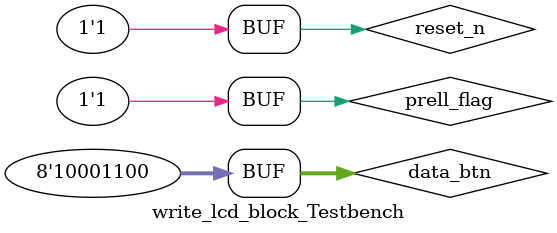
<source format=v>
`timescale 1ns / 1ps


module write_lcd_block_Testbench;

	// Inputs
	wire clk;
	reg reset_n;
	reg [7:0] data_btn;
	reg prell_flag;

	// Outputs
	wire RW_btn_lcd;
	wire RS_btn_lcd;
	wire E_btn_lcd;
	wire [7:0] data_btn_lcd;

	// Instantiate the Unit Under Test (UUT)
	write_lcd_block uut (
		.clk(clk), 
		.reset_n(reset_n), 
		.data_btn(data_btn), 
		.prell_flag(prell_flag), 
		.RW_btn_lcd(RW_btn_lcd), 
		.RS_btn_lcd(RS_btn_lcd), 
		.E_btn_lcd(E_btn_lcd), 
		.data_btn_lcd(data_btn_lcd)
	);
	
	
	
		clock_generator clock_generator1(.clk(clk));

	initial begin
		// Initialize Inputs
		
		reset_n = 0;
		data_btn = 0;
		prell_flag = 0;

		// Wait 100 ns for global reset to finish
		#100;
		
		reset_n = 1;
		
		#20;
		
		prell_flag = 1;
		data_btn = 8'b10001100;
		
		
        
		// Add stimulus here

	end
      
endmodule


</source>
